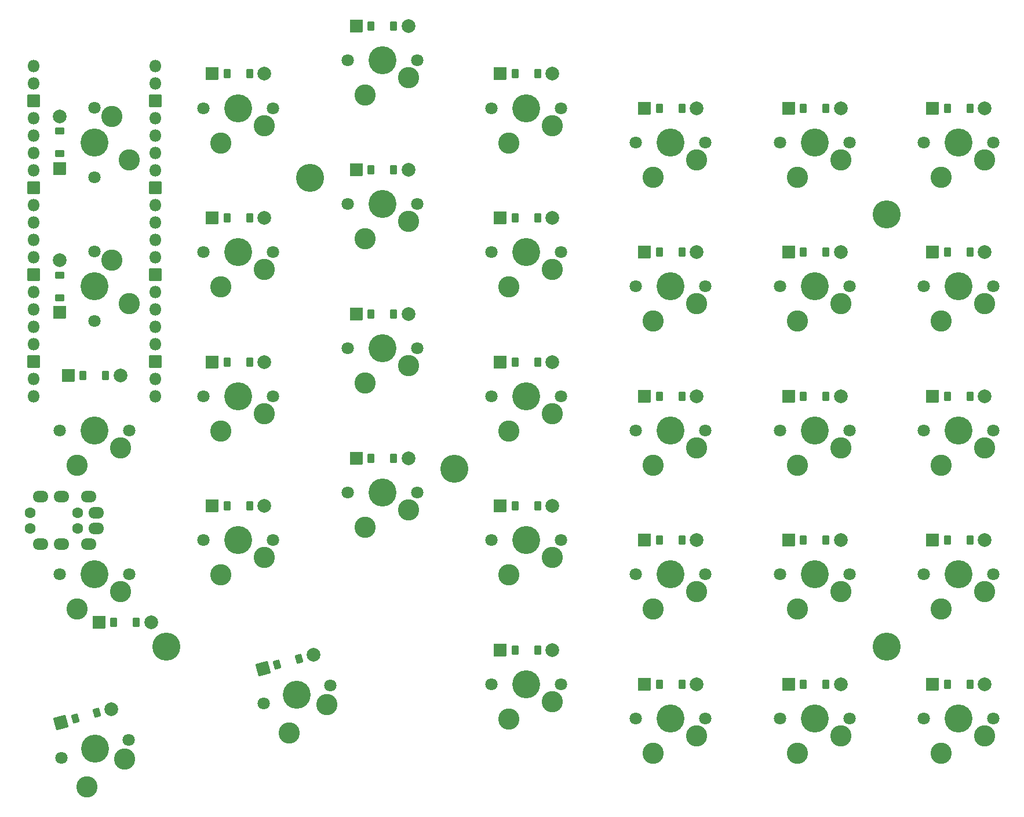
<source format=gbr>
%TF.GenerationSoftware,KiCad,Pcbnew,9.0.3-1.fc42*%
%TF.CreationDate,2025-08-09T15:11:44+02:00*%
%TF.ProjectId,right_traced,72696768-745f-4747-9261-6365642e6b69,v1.0.0*%
%TF.SameCoordinates,Original*%
%TF.FileFunction,Soldermask,Top*%
%TF.FilePolarity,Negative*%
%FSLAX46Y46*%
G04 Gerber Fmt 4.6, Leading zero omitted, Abs format (unit mm)*
G04 Created by KiCad (PCBNEW 9.0.3-1.fc42) date 2025-08-09 15:11:44*
%MOMM*%
%LPD*%
G01*
G04 APERTURE LIST*
G04 Aperture macros list*
%AMRoundRect*
0 Rectangle with rounded corners*
0 $1 Rounding radius*
0 $2 $3 $4 $5 $6 $7 $8 $9 X,Y pos of 4 corners*
0 Add a 4 corners polygon primitive as box body*
4,1,4,$2,$3,$4,$5,$6,$7,$8,$9,$2,$3,0*
0 Add four circle primitives for the rounded corners*
1,1,$1+$1,$2,$3*
1,1,$1+$1,$4,$5*
1,1,$1+$1,$6,$7*
1,1,$1+$1,$8,$9*
0 Add four rect primitives between the rounded corners*
20,1,$1+$1,$2,$3,$4,$5,0*
20,1,$1+$1,$4,$5,$6,$7,0*
20,1,$1+$1,$6,$7,$8,$9,0*
20,1,$1+$1,$8,$9,$2,$3,0*%
G04 Aperture macros list end*
%ADD10C,1.801800*%
%ADD11C,3.100000*%
%ADD12C,4.087800*%
%ADD13RoundRect,0.050000X-0.889000X-0.889000X0.889000X-0.889000X0.889000X0.889000X-0.889000X0.889000X0*%
%ADD14RoundRect,0.050000X-0.450000X-0.600000X0.450000X-0.600000X0.450000X0.600000X-0.450000X0.600000X0*%
%ADD15C,2.005000*%
%ADD16RoundRect,0.050000X-0.628618X-1.088798X1.088798X-0.628618X0.628618X1.088798X-1.088798X0.628618X0*%
%ADD17RoundRect,0.050000X-0.279375X-0.696024X0.589958X-0.463087X0.279375X0.696024X-0.589958X0.463087X0*%
%ADD18C,1.600000*%
%ADD19O,2.300000X1.700000*%
%ADD20RoundRect,0.050000X0.889000X-0.889000X0.889000X0.889000X-0.889000X0.889000X-0.889000X-0.889000X0*%
%ADD21RoundRect,0.050000X0.600000X-0.450000X0.600000X0.450000X-0.600000X0.450000X-0.600000X-0.450000X0*%
%ADD22C,4.100000*%
%ADD23O,1.800000X1.800000*%
%ADD24RoundRect,0.050000X-0.850000X-0.850000X0.850000X-0.850000X0.850000X0.850000X-0.850000X0.850000X0*%
G04 APERTURE END LIST*
D10*
%TO.C,S18*%
X339280000Y-157900000D03*
D11*
X338010000Y-160440000D03*
D12*
X334200000Y-157900000D03*
D11*
X331660000Y-162980000D03*
D10*
X329120000Y-157900000D03*
%TD*%
D13*
%TO.C,D26*%
X372490000Y-152900000D03*
D14*
X374650000Y-152900000D03*
X377950000Y-152900000D03*
D15*
X380110000Y-152900000D03*
%TD*%
D10*
%TO.C,S27*%
X381380000Y-178950000D03*
D11*
X380110000Y-181490000D03*
D12*
X376300000Y-178950000D03*
D11*
X373760000Y-184030000D03*
D10*
X371220000Y-178950000D03*
%TD*%
D13*
%TO.C,D27*%
X372490000Y-131850000D03*
D14*
X374650000Y-131850000D03*
X377950000Y-131850000D03*
D15*
X380110000Y-131850000D03*
%TD*%
D16*
%TO.C,D29*%
X245120728Y-200586473D03*
D17*
X247207127Y-200027421D03*
X250394683Y-199173321D03*
D15*
X252481082Y-198614269D03*
%TD*%
D13*
%TO.C,D23*%
X351440000Y-110800000D03*
D14*
X353600000Y-110800000D03*
X356900000Y-110800000D03*
D15*
X359060000Y-110800000D03*
%TD*%
D13*
%TO.C,D4*%
X267240000Y-105800000D03*
D14*
X269400000Y-105800000D03*
X272700000Y-105800000D03*
D15*
X274860000Y-105800000D03*
%TD*%
D10*
%TO.C,S31*%
X255001903Y-203115199D03*
D11*
X254432578Y-205897351D03*
D12*
X250095000Y-204430000D03*
D11*
X248956349Y-209994304D03*
D10*
X245188097Y-205744801D03*
%TD*%
D13*
%TO.C,D1*%
X267240000Y-168950000D03*
D14*
X269400000Y-168950000D03*
X272700000Y-168950000D03*
D15*
X274860000Y-168950000D03*
%TD*%
D13*
%TO.C,D19*%
X351440000Y-195000000D03*
D14*
X353600000Y-195000000D03*
X356900000Y-195000000D03*
D15*
X359060000Y-195000000D03*
%TD*%
D10*
%TO.C,S24*%
X360330000Y-136850000D03*
D11*
X359060000Y-139390000D03*
D12*
X355250000Y-136850000D03*
D11*
X352710000Y-141930000D03*
D10*
X350170000Y-136850000D03*
%TD*%
%TO.C,S2*%
X255080000Y-157900000D03*
D11*
X253810000Y-160440000D03*
D12*
X250000000Y-157900000D03*
D11*
X247460000Y-162980000D03*
D10*
X244920000Y-157900000D03*
%TD*%
%TO.C,S1*%
X255080000Y-178950000D03*
D11*
X253810000Y-181490000D03*
D12*
X250000000Y-178950000D03*
D11*
X247460000Y-184030000D03*
D10*
X244920000Y-178950000D03*
%TD*%
%TO.C,S17*%
X339280000Y-178950000D03*
D11*
X338010000Y-181490000D03*
D12*
X334200000Y-178950000D03*
D11*
X331660000Y-184030000D03*
D10*
X329120000Y-178950000D03*
%TD*%
%TO.C,S25*%
X360330000Y-115800000D03*
D11*
X359060000Y-118340000D03*
D12*
X355250000Y-115800000D03*
D11*
X352710000Y-120880000D03*
D10*
X350170000Y-115800000D03*
%TD*%
D18*
%TO.C,TRRS1*%
X240600000Y-172200000D03*
X247600000Y-172200000D03*
X240600000Y-169900000D03*
X247600000Y-169900000D03*
D19*
X250300000Y-172200000D03*
X250300000Y-169900000D03*
X249200000Y-174500000D03*
X249200000Y-167600000D03*
X245200000Y-174500000D03*
X245200000Y-167600000D03*
X242200000Y-174500000D03*
X242200000Y-167600000D03*
%TD*%
D10*
%TO.C,S32*%
X284535085Y-195201807D03*
D11*
X283965760Y-197983959D03*
D12*
X279628182Y-196516608D03*
D11*
X278489531Y-202080912D03*
D10*
X274721279Y-197831409D03*
%TD*%
%TO.C,S12*%
X318230000Y-173950000D03*
D11*
X316960000Y-176490000D03*
D12*
X313150000Y-173950000D03*
D11*
X310610000Y-179030000D03*
D10*
X308070000Y-173950000D03*
%TD*%
%TO.C,S9*%
X297180000Y-124850000D03*
D11*
X295910000Y-127390000D03*
D12*
X292100000Y-124850000D03*
D11*
X289560000Y-129930000D03*
D10*
X287020000Y-124850000D03*
%TD*%
D13*
%TO.C,D11*%
X309340000Y-147900000D03*
D14*
X311500000Y-147900000D03*
X314800000Y-147900000D03*
D15*
X316960000Y-147900000D03*
%TD*%
D20*
%TO.C,D32*%
X245000000Y-119610000D03*
D21*
X245000000Y-117450000D03*
X245000000Y-114150000D03*
D15*
X245000000Y-111990000D03*
%TD*%
D10*
%TO.C,S8*%
X297180000Y-145900000D03*
D11*
X295910000Y-148440000D03*
D12*
X292100000Y-145900000D03*
D11*
X289560000Y-150980000D03*
D10*
X287020000Y-145900000D03*
%TD*%
D13*
%TO.C,D5*%
X288290000Y-161950000D03*
D14*
X290450000Y-161950000D03*
X293750000Y-161950000D03*
D15*
X295910000Y-161950000D03*
%TD*%
D13*
%TO.C,D8*%
X288290000Y-98800000D03*
D14*
X290450000Y-98800000D03*
X293750000Y-98800000D03*
D15*
X295910000Y-98800000D03*
%TD*%
D13*
%TO.C,D28*%
X372490000Y-110800000D03*
D14*
X374650000Y-110800000D03*
X377950000Y-110800000D03*
D15*
X380110000Y-110800000D03*
%TD*%
D22*
%TO.C,*%
X365775000Y-126325000D03*
%TD*%
D13*
%TO.C,D13*%
X309340000Y-105800000D03*
D14*
X311500000Y-105800000D03*
X314800000Y-105800000D03*
D15*
X316960000Y-105800000D03*
%TD*%
D10*
%TO.C,S28*%
X381380000Y-157900000D03*
D11*
X380110000Y-160440000D03*
D12*
X376300000Y-157900000D03*
D11*
X373760000Y-162980000D03*
D10*
X371220000Y-157900000D03*
%TD*%
D13*
%TO.C,D3*%
X267240000Y-126850000D03*
D14*
X269400000Y-126850000D03*
X272700000Y-126850000D03*
D15*
X274860000Y-126850000D03*
%TD*%
D10*
%TO.C,S19*%
X339280000Y-136850000D03*
D11*
X338010000Y-139390000D03*
D12*
X334200000Y-136850000D03*
D11*
X331660000Y-141930000D03*
D10*
X329120000Y-136850000D03*
%TD*%
%TO.C,S6*%
X276130000Y-110800000D03*
D11*
X274860000Y-113340000D03*
D12*
X271050000Y-110800000D03*
D11*
X268510000Y-115880000D03*
D10*
X265970000Y-110800000D03*
%TD*%
D13*
%TO.C,D18*%
X330390000Y-110800000D03*
D14*
X332550000Y-110800000D03*
X335850000Y-110800000D03*
D15*
X338010000Y-110800000D03*
%TD*%
D13*
%TO.C,D7*%
X288290000Y-119850000D03*
D14*
X290450000Y-119850000D03*
X293750000Y-119850000D03*
D15*
X295910000Y-119850000D03*
%TD*%
D22*
%TO.C,*%
X260525000Y-189475000D03*
%TD*%
D10*
%TO.C,S20*%
X339280000Y-115800000D03*
D11*
X338010000Y-118340000D03*
D12*
X334200000Y-115800000D03*
D11*
X331660000Y-120880000D03*
D10*
X329120000Y-115800000D03*
%TD*%
D22*
%TO.C,*%
X302625000Y-163500000D03*
%TD*%
D13*
%TO.C,D21*%
X351440000Y-152900000D03*
D14*
X353600000Y-152900000D03*
X356900000Y-152900000D03*
D15*
X359060000Y-152900000D03*
%TD*%
D10*
%TO.C,S14*%
X318230000Y-131850000D03*
D11*
X316960000Y-134390000D03*
D12*
X313150000Y-131850000D03*
D11*
X310610000Y-136930000D03*
D10*
X308070000Y-131850000D03*
%TD*%
D13*
%TO.C,D9*%
X309340000Y-190000000D03*
D14*
X311500000Y-190000000D03*
X314800000Y-190000000D03*
D15*
X316960000Y-190000000D03*
%TD*%
D10*
%TO.C,S34*%
X250000000Y-110720000D03*
D11*
X252540000Y-111990000D03*
D12*
X250000000Y-115800000D03*
D11*
X255080000Y-118340000D03*
D10*
X250000000Y-120880000D03*
%TD*%
D13*
%TO.C,D16*%
X330390000Y-152900000D03*
D14*
X332550000Y-152900000D03*
X335850000Y-152900000D03*
D15*
X338010000Y-152900000D03*
%TD*%
D23*
%TO.C,_1*%
X258890000Y-104670000D03*
X258890000Y-107210000D03*
D24*
X258890000Y-109750000D03*
D23*
X258890000Y-112290000D03*
X258890000Y-114830000D03*
X258890000Y-117370000D03*
X258890000Y-119910000D03*
D24*
X258890000Y-122450000D03*
D23*
X258890000Y-124990000D03*
X258890000Y-127530000D03*
X258890000Y-130070000D03*
X258890000Y-132610000D03*
D24*
X258890000Y-135150000D03*
D23*
X258890000Y-137690000D03*
X258890000Y-140230000D03*
X258890000Y-142770000D03*
X258890000Y-145310000D03*
D24*
X258890000Y-147850000D03*
D23*
X258890000Y-150390000D03*
X258890000Y-152930000D03*
X241110000Y-152930000D03*
X241110000Y-150390000D03*
D24*
X241110000Y-147850000D03*
D23*
X241110000Y-145310000D03*
X241110000Y-142770000D03*
X241110000Y-140230000D03*
X241110000Y-137690000D03*
D24*
X241110000Y-135150000D03*
D23*
X241110000Y-132610000D03*
X241110000Y-130070000D03*
X241110000Y-127530000D03*
X241110000Y-124990000D03*
D24*
X241110000Y-122450000D03*
D23*
X241110000Y-119910000D03*
X241110000Y-117370000D03*
X241110000Y-114830000D03*
X241110000Y-112290000D03*
D24*
X241110000Y-109750000D03*
D23*
X241110000Y-107210000D03*
X241110000Y-104670000D03*
%TD*%
D13*
%TO.C,D25*%
X372490000Y-173950000D03*
D14*
X374650000Y-173950000D03*
X377950000Y-173950000D03*
D15*
X380110000Y-173950000D03*
%TD*%
D20*
%TO.C,D31*%
X245000000Y-140660000D03*
D21*
X245000000Y-138500000D03*
X245000000Y-135200000D03*
D15*
X245000000Y-133040000D03*
%TD*%
D10*
%TO.C,S16*%
X339280000Y-200000000D03*
D11*
X338010000Y-202540000D03*
D12*
X334200000Y-200000000D03*
D11*
X331660000Y-205080000D03*
D10*
X329120000Y-200000000D03*
%TD*%
D13*
%TO.C,D15*%
X330390000Y-173950000D03*
D14*
X332550000Y-173950000D03*
X335850000Y-173950000D03*
D15*
X338010000Y-173950000D03*
%TD*%
D10*
%TO.C,S21*%
X360330000Y-200000000D03*
D11*
X359060000Y-202540000D03*
D12*
X355250000Y-200000000D03*
D11*
X352710000Y-205080000D03*
D10*
X350170000Y-200000000D03*
%TD*%
%TO.C,S5*%
X276130000Y-131850000D03*
D11*
X274860000Y-134390000D03*
D12*
X271050000Y-131850000D03*
D11*
X268510000Y-136930000D03*
D10*
X265970000Y-131850000D03*
%TD*%
D13*
%TO.C,D10*%
X309340000Y-168950000D03*
D14*
X311500000Y-168950000D03*
X314800000Y-168950000D03*
D15*
X316960000Y-168950000D03*
%TD*%
D13*
%TO.C,D12*%
X309340000Y-126850000D03*
D14*
X311500000Y-126850000D03*
X314800000Y-126850000D03*
D15*
X316960000Y-126850000D03*
%TD*%
D10*
%TO.C,S26*%
X381380000Y-200000000D03*
D11*
X380110000Y-202540000D03*
D12*
X376300000Y-200000000D03*
D11*
X373760000Y-205080000D03*
D10*
X371220000Y-200000000D03*
%TD*%
%TO.C,S7*%
X297180000Y-166950000D03*
D11*
X295910000Y-169490000D03*
D12*
X292100000Y-166950000D03*
D11*
X289560000Y-172030000D03*
D10*
X287020000Y-166950000D03*
%TD*%
%TO.C,S23*%
X360330000Y-157900000D03*
D11*
X359060000Y-160440000D03*
D12*
X355250000Y-157900000D03*
D11*
X352710000Y-162980000D03*
D10*
X350170000Y-157900000D03*
%TD*%
D13*
%TO.C,D33*%
X246190000Y-149900000D03*
D14*
X248350000Y-149900000D03*
X251650000Y-149900000D03*
D15*
X253810000Y-149900000D03*
%TD*%
D10*
%TO.C,S30*%
X381380000Y-115800000D03*
D11*
X380110000Y-118340000D03*
D12*
X376300000Y-115800000D03*
D11*
X373760000Y-120880000D03*
D10*
X371220000Y-115800000D03*
%TD*%
%TO.C,S29*%
X381380000Y-136850000D03*
D11*
X380110000Y-139390000D03*
D12*
X376300000Y-136850000D03*
D11*
X373760000Y-141930000D03*
D10*
X371220000Y-136850000D03*
%TD*%
D13*
%TO.C,D34*%
X250690000Y-185950000D03*
D14*
X252850000Y-185950000D03*
X256150000Y-185950000D03*
D15*
X258310000Y-185950000D03*
%TD*%
D10*
%TO.C,S10*%
X297180000Y-103800000D03*
D11*
X295910000Y-106340000D03*
D12*
X292100000Y-103800000D03*
D11*
X289560000Y-108880000D03*
D10*
X287020000Y-103800000D03*
%TD*%
%TO.C,S4*%
X276130000Y-152900000D03*
D11*
X274860000Y-155440000D03*
D12*
X271050000Y-152900000D03*
D11*
X268510000Y-157980000D03*
D10*
X265970000Y-152900000D03*
%TD*%
D13*
%TO.C,D6*%
X288290000Y-140900000D03*
D14*
X290450000Y-140900000D03*
X293750000Y-140900000D03*
D15*
X295910000Y-140900000D03*
%TD*%
D10*
%TO.C,S11*%
X318230000Y-195000000D03*
D11*
X316960000Y-197540000D03*
D12*
X313150000Y-195000000D03*
D11*
X310610000Y-200080000D03*
D10*
X308070000Y-195000000D03*
%TD*%
%TO.C,S22*%
X360330000Y-178950000D03*
D11*
X359060000Y-181490000D03*
D12*
X355250000Y-178950000D03*
D11*
X352710000Y-184030000D03*
D10*
X350170000Y-178950000D03*
%TD*%
D16*
%TO.C,D30*%
X274653910Y-192673081D03*
D17*
X276740309Y-192114029D03*
X279927865Y-191259929D03*
D15*
X282014264Y-190700877D03*
%TD*%
D22*
%TO.C,*%
X365775000Y-189475000D03*
%TD*%
D10*
%TO.C,S13*%
X318230000Y-152900000D03*
D11*
X316960000Y-155440000D03*
D12*
X313150000Y-152900000D03*
D11*
X310610000Y-157980000D03*
D10*
X308070000Y-152900000D03*
%TD*%
D13*
%TO.C,D14*%
X330390000Y-195000000D03*
D14*
X332550000Y-195000000D03*
X335850000Y-195000000D03*
D15*
X338010000Y-195000000D03*
%TD*%
D13*
%TO.C,D2*%
X267240000Y-147900000D03*
D14*
X269400000Y-147900000D03*
X272700000Y-147900000D03*
D15*
X274860000Y-147900000D03*
%TD*%
D22*
%TO.C,*%
X281575000Y-121000000D03*
%TD*%
D13*
%TO.C,D22*%
X351440000Y-131850000D03*
D14*
X353600000Y-131850000D03*
X356900000Y-131850000D03*
D15*
X359060000Y-131850000D03*
%TD*%
D13*
%TO.C,D20*%
X351440000Y-173950000D03*
D14*
X353600000Y-173950000D03*
X356900000Y-173950000D03*
D15*
X359060000Y-173950000D03*
%TD*%
D10*
%TO.C,S15*%
X318230000Y-110800000D03*
D11*
X316960000Y-113340000D03*
D12*
X313150000Y-110800000D03*
D11*
X310610000Y-115880000D03*
D10*
X308070000Y-110800000D03*
%TD*%
D13*
%TO.C,D24*%
X372490000Y-195000000D03*
D14*
X374650000Y-195000000D03*
X377950000Y-195000000D03*
D15*
X380110000Y-195000000D03*
%TD*%
D10*
%TO.C,S33*%
X250000000Y-131770000D03*
D11*
X252540000Y-133040000D03*
D12*
X250000000Y-136850000D03*
D11*
X255080000Y-139390000D03*
D10*
X250000000Y-141930000D03*
%TD*%
D13*
%TO.C,D17*%
X330390000Y-131850000D03*
D14*
X332550000Y-131850000D03*
X335850000Y-131850000D03*
D15*
X338010000Y-131850000D03*
%TD*%
D10*
%TO.C,S3*%
X276130000Y-173950000D03*
D11*
X274860000Y-176490000D03*
D12*
X271050000Y-173950000D03*
D11*
X268510000Y-179030000D03*
D10*
X265970000Y-173950000D03*
%TD*%
M02*

</source>
